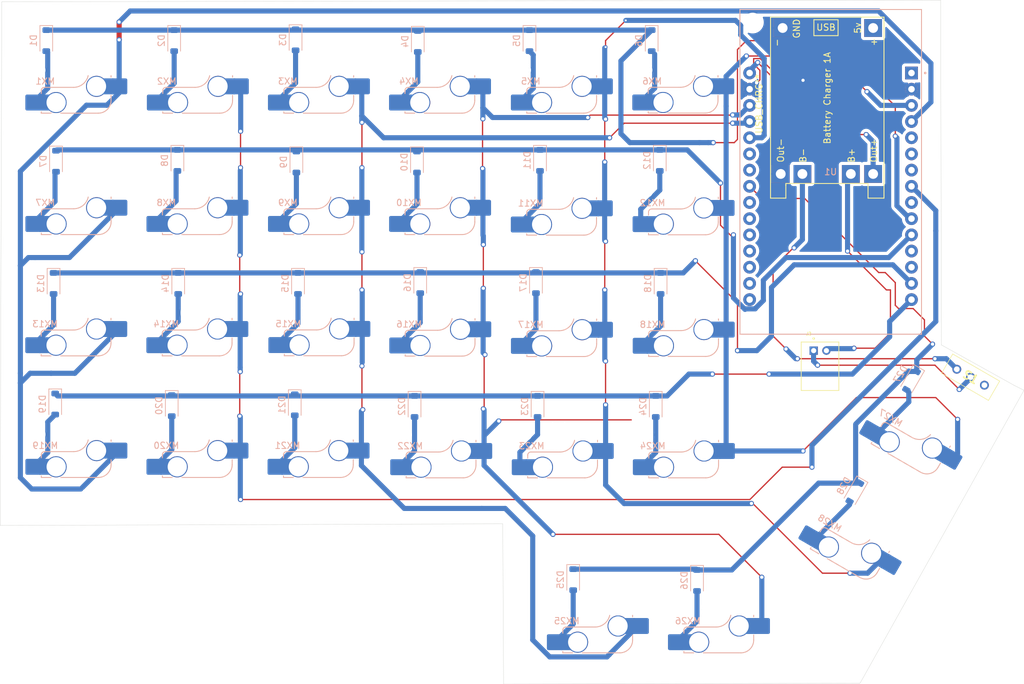
<source format=kicad_pcb>
(kicad_pcb (version 20240108) (generator "pcbnew") (generator_version "8.0")
  (layers (0 "F.Cu" signal) (31 "B.Cu" signal) (34 "B.Paste" user) (35 "F.Paste" user) (36 "B.SilkS" user "B.Silkscreen") (37 "F.SilkS" user "F.Silkscreen") (38 "B.Mask" user) (39 "F.Mask" user) (44 "Edge.Cuts" user))
  (net 0 "")
  (net 1 "Net-(D1-K)")
  (net 2 "Net-(D1-A)")
  (net 3 "Net-(D2-A)")
  (net 4 "Net-(D3-A)")
  (net 5 "Net-(D4-A)")
  (net 6 "Net-(D5-A)")
  (net 7 "Net-(D6-A)")
  (net 8 "Net-(D7-A)")
  (net 9 "Net-(D10-K)")
  (net 10 "Net-(D8-A)")
  (net 11 "Net-(D9-A)")
  (net 12 "Net-(D10-A)")
  (net 13 "Net-(D11-A)")
  (net 14 "Net-(D12-A)")
  (net 15 "Net-(D13-A)")
  (net 16 "Net-(D13-K)")
  (net 17 "Net-(D14-A)")
  (net 18 "Net-(D15-A)")
  (net 19 "Net-(D16-A)")
  (net 20 "Net-(D17-A)")
  (net 21 "Net-(D18-A)")
  (net 22 "Net-(D19-K)")
  (net 23 "Net-(D19-A)")
  (net 24 "Net-(D20-A)")
  (net 25 "Net-(D21-A)")
  (net 26 "Net-(D22-A)")
  (net 27 "Net-(D23-A)")
  (net 28 "Net-(D24-A)")
  (net 29 "Net-(D25-K)")
  (net 30 "Net-(D25-A)")
  (net 31 "Net-(D26-A)")
  (net 32 "Net-(D27-A)")
  (net 33 "GND")
  (net 35 "unconnected-(U1-D35-Pad20)")
  (net 38 "unconnected-(U1-VP-Pad17)")
  (net 47 "unconnected-(U1-D32-Pad21)")
  (net 49 "unconnected-(U1-VIN-Pad30)")
  (net 51 "Net-(D28-A)")
  (net 52 "Net-(U1-D2)")
  (net 53 "Net-(U1-D5)")
  (net 54 "Net-(U1-D12)")
  (net 55 "Net-(U1-D14)")
  (net 56 "Net-(U1-D15)")
  (net 57 "unconnected-(J2-Pad2)")
  (net 58 "Net-(S1-COM)")
  (net 59 "unconnected-(S1-NO-Pad3)")
  (footprint "bibliotecas:JST_S2B-PH-K-S_LF__SN_" (layer "F.Cu") (at 154.178 108.204)
    (property "Reference" "J2")
    (property "Value" "S2B-PH-K-S_LF__SN_")
  )
  (footprint "SamacSys_Parts:SS12D00G3" (layer "F.Cu") (at 177.806064 112.375 150)
    (property "Reference" "S1")
    (property "Value" "SS12D00G3" (hide yes))
  )
  (footprint "TP4056-18650-master:TP4056-18650" (layer "F.Cu") (at 164.211 55.88 -90)
    (property "Reference" "USB_CHRG**")
    (property "Value" "TP4056-18650")
  )
  (footprint "PCM_marbastlib-mx:SW_MX_HS_CPG151101S11_1u" (layer "B.Cu") (at 55.831998 102.274)
    (property "Reference" "MX14")
    (property "Value" "MX_SW_HS")
  )
  (footprint "Diode_SMD:D_SOD-123" (layer "B.Cu") (at 129.16 97.661 -90)
    (property "Reference" "D18")
    (property "Value" "D_Small")
  )
  (footprint "PCM_marbastlib-mx:SW_MX_HS_CPG151101S11_1u" (layer "B.Cu") (at 169.782444 119.389295 -30)
    (property "Reference" "MX27")
    (property "Value" "MX_SW_HS")
  )
  (footprint "PCM_marbastlib-mx:SW_MX_HS_CPG151101S11_1u" (layer "B.Cu") (at 36.841998 64.194)
    (property "Reference" "MX1")
    (property "Value" "MX_SW_HS")
  )
  (footprint "Diode_SMD:D_SOD-123" (layer "B.Cu") (at 108.586 59.562 -90)
    (property "Reference" "D5")
    (property "Value" "D_Small")
  )
  (footprint "PCM_marbastlib-mx:SW_MX_HS_CPG151101S11_1u" (layer "B.Cu") (at 36.831998 102.274)
    (property "Reference" "MX13")
    (property "Value" "MX_SW_HS")
  )
  (footprint "PCM_marbastlib-mx:SW_MX_HS_CPG151101S11_1u" (layer "B.Cu") (at 113.021998 83.334)
    (property "Reference" "MX11")
    (property "Value" "MX_SW_HS")
  )
  (footprint "Diode_SMD:D_SOD-123" (layer "B.Cu") (at 72.264 97.661 -90)
    (property "Reference" "D15")
    (property "Value" "D_Small")
  )
  (footprint "Diode_SMD:D_SOD-123" (layer "B.Cu") (at 109.856 116.965 -90)
    (property "Reference" "D23")
    (property "Value" "D_Small")
  )
  (footprint "PCM_marbastlib-mx:SW_MX_HS_CPG151101S11_1u" (layer "B.Cu") (at 94.101998 121.414)
    (property "Reference" "MX22")
    (property "Value" "MX_SW_HS")
  )
  (footprint "Diode_SMD:D_SOD-123" (layer "B.Cu") (at 32.767 59.561 -90)
    (property "Reference" "D1")
    (property "Value" "D_Small")
  )
  (footprint "PCM_marbastlib-mx:SW_MX_HS_CPG151101S11_1u" (layer "B.Cu") (at 118.682 148.874)
    (property "Reference" "MX25")
    (property "Value" "MX_SW_HS")
  )
  (footprint "Diode_SMD:D_SOD-123" (layer "B.Cu") (at 71.883 59.434 -90)
    (property "Reference" "D3")
    (property "Value" "D_Small")
  )
  (footprint "Diode_SMD:D_SOD-123" (layer "B.Cu") (at 128.398 116.965 -90)
    (property "Reference" "D24")
    (property "Value" "D_Small")
  )
  (footprint "PCM_marbastlib-mx:SW_MX_HS_CPG151101S11_1u" (layer "B.Cu") (at 93.951998 102.314)
    (property "Reference" "MX16")
    (property "Value" "MX_SW_HS")
  )
  (footprint "Diode_SMD:D_SOD-123" (layer "B.Cu") (at 109.602 97.534 -90)
    (property "Reference" "D17")
    (property "Value" "D_Small")
  )
  (footprint "PCM_marbastlib-mx:SW_MX_HS_CPG151101S11_1u" (layer "B.Cu") (at 93.921998 83.244)
    (property "Reference" "MX10")
    (property "Value" "MX_SW_HS")
  )
  (footprint "PCM_marbastlib-mx:SW_MX_HS_CPG151101S11_1u" (layer "B.Cu") (at 74.851998 121.354)
    (property "Reference" "MX21")
    (property "Value" "MX_SW_HS")
  )
  (footprint "PCM_marbastlib-mx:SW_MX_HS_CPG151101S11_1u" (layer "B.Cu") (at 55.851998 83.244)
    (property "Reference" "MX8")
    (property "Value" "MX_SW_HS")
  )
  (footprint "PCM_marbastlib-mx:SW_MX_HS_CPG151101S11_1u" (layer "B.Cu") (at 36.851998 121.354)
    (property "Reference" "MX19")
    (property "Value" "MX_SW_HS")
  )
  (footprint "Diode_SMD:D_SOD-123" (layer "B.Cu") (at 71.756 116.711 -90)
    (property "Reference" "D21")
    (property "Value" "D_Small")
  )
  (footprint "Diode_SMD:D_SOD-123" (layer "B.Cu") (at 91.441 97.534 -90)
    (property "Reference" "D16")
    (property "Value" "D_Small")
  )
  (footprint "PCM_marbastlib-mx:SW_MX_HS_CPG151101S11_1u" (layer "B.Cu") (at 137.682 148.874)
    (property "Reference" "MX26")
    (property "Value" "MX_SW_HS")
  )
  (footprint "PCM_marbastlib-mx:SW_MX_HS_CPG151101S11_1u" (layer "B.Cu") (at 93.911998 64.194)
    (property "Reference" "MX4")
    (property "Value" "MX_SW_HS")
  )
  (footprint "Diode_SMD:D_SOD-123" (layer "B.Cu") (at 90.552 116.965 -90)
    (property "Reference" "D22")
    (property "Value" "D_Small")
  )
  (footprint "Diode_SMD:D_SOD-123" (layer "B.Cu") (at 134.875 144.27 -90)
    (property "Reference" "D26")
    (property "Value" "D_Small")
  )
  (footprint "Diode_SMD:D_SOD-123" (layer "B.Cu") (at 52.833 59.561 -90)
    (property "Reference" "D2")
    (property "Value" "D_Small")
  )
  (footprint "PCM_marbastlib-mx:SW_MX_HS_CPG151101S11_1u" (layer "B.Cu") (at 113.031998 64.194)
    (property "Reference" "MX5")
    (property "Value" "MX_SW_HS")
  )
  (footprint "Diode_SMD:D_SOD-123" (layer "B.Cu") (at 115.444 144.143 -90)
    (property "Reference" "D25")
    (property "Value" "D_Small")
  )
  (footprint "Diode_SMD:D_SOD-123" (layer "B.Cu") (at 159.64 130.427 -120)
    (property "Reference" "D28")
    (property "Value" "D_Small")
  )
  (footprint "PCM_marbastlib-mx:SW_MX_HS_CPG151101S11_1u" (layer "B.Cu") (at 74.921998 83.244)
    (property "Reference" "MX9")
    (property "Value" "MX_SW_HS")
  )
  (footprint "PCM_marbastlib-mx:SW_MX_HS_CPG151101S11_1u" (layer "B.Cu") (at 132.171998 121.414)
    (property "Reference" "MX24")
    (property "Value" "MX_SW_HS")
  )
  (footprint "Diode_SMD:D_SOD-123" (layer "B.Cu") (at 168.53 112.901 -120)
    (property "Reference" "D27")
    (property "Value" "D_Small")
  )
  (footprint "Diode_SMD:D_SOD-123" (layer "B.Cu") (at 34.291 78.484 -90)
    (property "Reference" "D7")
    (property "Value" "D_Small")
  )
  (footprint "Diode_SMD:D_SOD-123" (layer "B.Cu") (at 52.452 116.838 -90)
    (property "Reference" "D20")
    (property "Value" "D_Small")
  )
  (footprint "ESP32-DEVKIT-V1:MODULE_ESP32_DEVKIT_V1" (layer "B.Cu") (at 155.83 80.156 180)
    (property "Reference" "U1")
    (property "Value" "ESP32-DEVKIT-V1" (hide yes))
  )
  (footprint "Diode_SMD:D_SOD-123" (layer "B.Cu") (at 72.01 78.611 -90)
    (property "Reference" "D9")
    (property "Value" "D_Small")
  )
  (footprint "Diode_SMD:D_SOD-123" (layer "B.Cu") (at 110.237 78.357 -90)
    (property "Reference" "D11")
    (property "Value" "D_Small")
  )
  (footprint "Diode_SMD:D_SOD-123" (layer "B.Cu") (at 34.165 116.584 -90)
    (property "Reference" "D19")
    (property "Value" "D_Small")
  )
  (footprint "PCM_marbastlib-mx:SW_MX_HS_CPG151101S11_1u" (layer "B.Cu") (at 36.851998 83.244)
    (property "Reference" "MX7")
    (property "Value" "MX_SW_HS")
  )
  (footprint "Diode_SMD:D_SOD-123" (layer "B.Cu") (at 53.341 78.357 -90)
    (property "Reference" "D8")
    (property "Value" "D_Small")
  )
  (footprint "Diode_SMD:D_SOD-123" (layer "B.Cu") (at 91.06 59.688 -90)
    (property "Reference" "D4")
    (property "Value" "D_Small")
  )
  (footprint "Diode_SMD:D_SOD-123" (layer "B.Cu") (at 127.763 59.561 -90)
    (property "Reference" "D6")
    (property "Value" "D_Small")
  )
  (footprint "Diode_SMD:D_SOD-123" (layer "B.Cu") (at 53.468 97.661 -90)
    (property "Reference" "D14")
    (property "Value" "D_Small")
  )
  (footprint "Diode_SMD:D_SOD-123" (layer "B.Cu") (at 33.91 97.662 -90)
    (property "Reference" "D13")
    (property "Value" "D_Small")
  )
  (footprint "PCM_marbastlib-mx:SW_MX_HS_CPG151101S11_1u" (layer "B.Cu") (at 132.081998 64.184)
    (property "Reference" "MX6")
    (property "Value" "MX_SW_HS")
  )
  (footprint "PCM_marbastlib-mx:SW_MX_HS_CPG151101S11_1u" (layer "B.Cu") (at 74.981998 102.254)
    (property "Reference" "MX15")
    (property "Value" "MX_SW_HS")
  )
  (footprint "PCM_marbastlib-mx:SW_MX_HS_CPG151101S11_1u" (layer "B.Cu") (at 74.911998 64.194)
    (property "Reference" "MX3")
    (property "Value" "MX_SW_HS")
  )
  (footprint "PCM_marbastlib-mx:SW_MX_HS_CPG151101S11_1u" (layer "B.Cu") (at 160.242 135.894 -30)
    (property "Reference" "MX28")
    (property "Value" "MX_SW_HS")
  )
  (footprint "PCM_marbastlib-mx:SW_MX_HS_CPG151101S11_1u" (layer "B.Cu") (at 132.131998 83.274)
    (property "Reference" "MX12")
    (property "Value" "MX_SW_HS")
  )
  (footprint "Diode_SMD:D_SOD-123" (layer "B.Cu") (at 90.933 78.611 -90)
    (property "Reference" "D10")
    (property "Value" "D_Small")
  )
  (footprint "PCM_marbastlib-mx:SW_MX_HS_CPG151101S11_1u" (layer "B.Cu") (at 55.851998 121.354)
    (property "Reference" "MX20")
    (property "Value" "MX_SW_HS")
  )
  (footprint "PCM_marbastlib-mx:SW_MX_HS_CPG151101S11_1u" (layer "B.Cu") (at 113.171998 121.414)
    (property "Reference" "MX23")
    (property "Value" "MX_SW_HS")
  )
  (footprint "PCM_marbastlib-mx:SW_MX_HS_CPG151101S11_1u" (layer "B.Cu") (at 113.041998 102.384)
    (property "Reference" "MX17")
    (property "Value" "MX_SW_HS")
  )
  (footprint "PCM_marbastlib-mx:SW_MX_HS_CPG151101S11_1u" (layer "B.Cu") (at 55.911998 64.194)
    (property "Reference" "MX2")
    (property "Value" "MX_SW_HS")
  )
  (footprint "Diode_SMD:D_SOD-123" (layer "B.Cu") (at 129.033 78.357 -90)
    (property "Reference" "D12")
    (property "Value" "D_Small")
  )
  (footprint "PCM_marbastlib-mx:SW_MX_HS_CPG151101S11_1u" (layer "B.Cu") (at 132.151998 102.364)
    (property "Reference" "MX18")
    (property "Value" "MX_SW_HS")
  )
  (gr_line (start 104.395 135.38) (end 104.522 160.526) (stroke (width 0.05)) (layer "Edge.Cuts"))
  (gr_line (start 173.229 107.313) (end 184.659 113.663) (stroke (width 0.05)) (layer "Edge.Cuts"))
  (gr_line (start 104.522 160.526) (end 160.402 160.399) (stroke (width 0.05)) (layer "Edge.Cuts"))
  (gr_line (start 160.529 160.272) (end 160.402 160.399) (stroke (width 0.05)) (layer "Edge.Cuts"))
  (gr_line (start 184.659 113.663) (end 186.183 114.425) (stroke (width 0.05)) (layer "Edge.Cuts"))
  (gr_line (start 104.395 135.38) (end 25.528 135.634) (stroke (width 0.05)) (layer "Edge.Cuts"))
  (gr_line (start 25.782 53.465) (end 173.102 53.211) (stroke (width 0.05)) (layer "Edge.Cuts"))
  (gr_line (start 186.183 114.425) (end 160.529 160.272) (stroke (width 0.05)) (layer "Edge.Cuts"))
  (gr_line (start 25.782 53.465) (end 25.528 135.634) (stroke (width 0.05)) (layer "Edge.Cuts"))
  (gr_line (start 173.102 53.211) (end 173.229 107.313) (stroke (width 0.05)) (layer "Edge.Cuts"))
  (segment (start 140.716 75.565) (end 137.414 75.565) (width 0.2) (layer "F.Cu") (net 1))
  (segment (start 165.989 69.85) (end 155.702 59.563) (width 0.2) (layer "F.Cu") (net 1))
  (segment (start 165.989 74.549) (end 165.989 69.85) (width 0.2) (layer "F.Cu") (net 1))
  (segment (start 141.224 75.057) (end 140.716 75.565) (width 0.2) (layer "F.Cu") (net 1))
  (segment (start 155.702 59.563) (end 142.621 59.563) (width 0.2) (layer "F.Cu") (net 1))
  (segment (start 142.621 59.563) (end 141.224 60.96) (width 0.2) (layer "F.Cu") (net 1))
  (segment (start 141.224 60.96) (end 141.224 75.057) (width 0.2) (layer "F.Cu") (net 1))
  (via (at 165.989 74.549) (size 0.8) (drill 0.5) (layers "F.Cu" "B.Cu") (net 1))
  (via (at 137.414 75.565) (size 0.8) (drill 0.5) (layers "F.Cu" "B.Cu") (net 1))
  (segment (start 122.936 74.168) (end 124.333 75.565) (width 0.8) (layer "B.Cu") (net 1))
  (segment (start 127.763 57.911) (end 122.936 62.738) (width 0.8) (layer "B.Cu") (net 1))
  (segment (start 122.936 62.738) (end 122.936 74.168) (width 0.8) (layer "B.Cu") (net 1))
  (segment (start 135.255 75.565) (end 136.652 75.565) (width 0.8) (layer "B.Cu") (net 1))
  (segment (start 168.528001 87.503) (end 168.530001 87.501) (width 0.2) (layer "B.Cu") (net 1))
  (segment (start 168.273 87.501) (end 166.243 85.471) (width 0.8) (layer "B.Cu") (net 1))
  (segment (start 168.530001 87.501) (end 168.273 87.501) (width 0.2) (layer "B.Cu") (net 1))
  (segment (start 166.243 85.471) (end 166.243 74.803) (width 0.8) (layer "B.Cu") (net 1))
  (segment (start 124.333 75.565) (end 135.255 75.565) (width 0.8) (layer "B.Cu") (net 1))
  (segment (start 166.243 74.803) (end 165.989 74.549) (width 0.2) (layer "B.Cu") (net 1))
  (segment (start 32.767 57.911) (end 127.763 57.911) (width 0.8) (layer "B.Cu") (net 1))
  (segment (start 136.652 75.565) (end 137.414 75.565) (width 0.8) (layer "B.Cu") (net 1))
  (segment (start 32.986998 61.430998) (end 32.986998 67.039) (width 0.8) (layer "B.Cu") (net 2))
  (segment (start 32.767 61.211) (end 32.986998 61.430998) (width 0.2) (layer "B.Cu") (net 2))
  (segment (start 32.986998 67.039) (end 30.751998 69.274) (width 0.8) (layer "B.Cu") (net 2))
  (segment (start 32.986998 68.789) (end 32.501998 69.274) (width 0.2) (layer "B.Cu") (net 2))
  (segment (start 52.833 68.012998) (end 51.571998 69.274) (width 0.2) (layer "B.Cu") (net 3))
  (segment (start 52.833 66.262998) (end 49.821998 69.274) (width 0.8) (layer "B.Cu") (net 3))
  (segment (start 52.833 61.211) (end 52.833 66.262998) (width 0.8) (layer "B.Cu") (net 3))
  (segment (start 71.883 66.212998) (end 68.821998 69.274) (width 0.8) (layer "B.Cu") (net 4))
  (segment (start 71.883 61.084) (end 71.883 66.212998) (width 0.8) (layer "B.Cu") (net 4))
  (segment (start 91.06 66.035998) (end 87.821998 69.274) (width 0.8) (layer "B.Cu") (net 5))
  (segment (start 91.06 61.338) (end 91.06 66.035998) (width 0.8) (layer "B.Cu") (net 5))
  (segment (start 108.586 61.212) (end 109.176998 61.802998) (width 0.8) (layer "B.Cu") (net 6))
  (segment (start 109.176998 61.802998) (end 109.176998 67.039) (width 0.8) (layer "B.Cu") (net 6))
  (segment (start 109.176998 67.039) (end 106.941998 69.274) (width 0.8) (layer "B.Cu") (net 6))
  (segment (start 127.763 61.211) (end 128.226998 61.674998) (width 0.2) (layer "B.Cu") (net 7))
  (segment (start 128.226998 67.029) (end 125.991998 69.264) (width 0.8) (layer "B.Cu") (net 7))
  (segment (start 128.226998 61.674998) (end 128.226998 67.029) (width 0.8) (layer "B.Cu") (net 7))
  (segment (start 34.1376 80.134) (end 34.1376 84.794998) (width 0.8) (layer "B.Cu") (net 8))
  (segment (start 34.1376 84.7852) (end 30.608598 88.314202) (width 0.8) (layer "B.Cu") (net 8))
  (segment (start 138.557 88.519) (end 140.208 90.17) (width 0.2) (layer "F.Cu") (net 9))
  (segment (start 138.557 81.915) (end 138.557 88.519) (width 0.2) (layer "F.Cu") (net 9))
  (via (at 138.557 81.915) (size 0.8) (drill 0.5) (layers "F.Cu" "B.Cu") (net 9))
  (via (at 140.589 90.043) (size 0.8) (drill 0.5) (layers "F.Cu" "B.Cu") (net 9))
  (segment (start 140.589 90.043) (end 140.589 99.1616) (width 0.8) (layer "B.Cu") (net 9))
  (segment (start 148.844 93.599) (end 164.972 93.599) (width 0.8) (layer "B.Cu") (net 9))
  (segment (start 140.589 99.1616) (end 140.589 99.922742) (width 0.8) (layer "B.Cu") (net 9))
  (segment (start 129.033 76.707) (end 133.349 76.707) (width 0.8) (layer "B.Cu") (net 9))
  (segment (start 144.018 101.6) (end 145.288 100.33) (width 0.8) (layer "B.Cu") (net 9))
  (segment (start 142.494 101.6508) (end 144.018 101.6508) (width 0.8) (layer "B.Cu") (net 9))
  (segment (start 34.418 76.707) (end 34.291 76.834) (width 0.2) (layer "B.Cu") (net 9))
  (segment (start 145.542 96.901) (end 148.844 93.599) (width 0.8) (layer "B.Cu") (net 9))
  (segment (start 133.349 76.707) (end 138.557 81.915) (width 0.8) (layer "B.Cu") (net 9))
  (segment (start 145.288 100.33) (end 145.288 97.155) (width 0.8) (layer "B.Cu") (net 9))
  (segment (start 145.288 97.155) (end 145.542 96.901) (width 0.8) (layer "B.Cu") (net 9))
  (segment (start 140.589 99.922742) (end 142.405529 101.739271) (width 0.8) (layer "B.Cu") (net 9))
  (segment (start 164.972 93.599) (end 168.53 90.041) (width 0.8) (layer "B.Cu") (net 9))
  (segment (start 129.033 76.707) (end 34.418 76.707) (width 0.8) (layer "B.Cu") (net 9))
  (segment (start 53.1368 79.996402) (end 53.1368 84.7344) (width 0.8) (layer "B.Cu") (net 10))
  (segment (start 53.1368 84.7344) (end 49.557798 88.313402) (width 0.8) (layer "B.Cu") (net 10))
  (segment (start 72.01 85.145998) (end 68.831998 88.324) (width 0.8) (layer "B.Cu") (net 11))
  (segment (start 72.01 80.261) (end 72.01 85.145998) (width 0.8) (layer "B.Cu") (net 11))
  (segment (start 90.933 80.261) (end 90.933 85.222998) (width 0.8) (layer "B.Cu") (net 12))
  (segment (start 90.933 85.222998) (end 87.831998 88.324) (width 0.8) (layer "B.Cu") (net 12))
  (segment (start 110.237 80.007) (end 110.237 85.108998) (width 0.8) (layer "B.Cu") (net 13))
  (segment (start 110.237 85.108998) (end 106.931998 88.414) (width 0.8) (layer "B.Cu") (net 13))
  (segment (start 129.033 80.007) (end 129.033 83.02541) (width 0.8) (layer "B.Cu") (net 14))
  (segment (start 126.041998 86.016412) (end 126.041998 88.354) (width 0.8) (layer "B.Cu") (net 14))
  (segment (start 129.033 83.02541) (end 126.041998 86.016412) (width 0.8) (layer "B.Cu") (net 14))
  (segment (start 33.91 99.312) (end 33.91 104.185998) (width 0.8) (layer "B.Cu") (net 15))
  (segment (start 33.91 104.185998) (end 30.741998 107.354) (width 0.8) (layer "B.Cu") (net 15))
  (segment (start 141.224 100.711) (end 141.224 108.204) (width 0.2) (layer "F.Cu") (net 16))
  (segment (start 134.62 94.107) (end 141.224 100.711) (width 0.2) (layer "F.Cu") (net 16))
  (via (at 134.62 94.107) (size 0.8) (drill 0.5) (layers "F.Cu" "B.Cu") (net 16))
  (via (at 141.224 108.204) (size 0.8) (drill 0.5) (layers "F.Cu" "B.Cu") (net 16))
  (segment (start 129.159 96.012) (end 129.16 96.011) (width 0.2) (layer "B.Cu") (net 16))
  (segment (start 146.558 105.918) (end 146.558 98.298) (width 0.8) (layer "B.Cu") (net 16))
  (segment (start 146.558 98.298) (end 150.114 94.742) (width 0.8) (layer "B.Cu") (net 16))
  (segment (start 165.611 94.742) (end 168.53 97.661) (width 0.8) (layer "B.Cu") (net 16))
  (segment (start 144.272 108.204) (end 145.0848 107.3912) (width 0.8) (layer "B.Cu") (net 16))
  (segment (start 129.16 96.011) (end 132.716 96.011) (width 0.8) (layer "B.Cu") (net 16))
  (segment (start 145.0848 107.3912) (end 146.558 105.918) (width 0.8) (layer "B.Cu") (net 16))
  (segment (start 141.224 108.204) (end 144.272 108.204) (width 0.8) (layer "B.Cu") (net 16))
  (segment (start 150.114 94.742) (end 165.611 94.742) (width 0.8) (layer "B.Cu") (net 16))
  (segment (start 33.91 96.012) (end 129.159 96.012) (width 0.8) (layer "B.Cu") (net 16))
  (segment (start 132.716 96.011) (end 134.62 94.107) (width 0.8) (layer "B.Cu") (net 16))
  (segment (start 53.468 103.627998) (end 49.741998 107.354) (width 0.8) (layer "B.Cu") (net 17))
  (segment (start 53.468 99.311) (end 53.468 103.627998) (width 0.8) (layer "B.Cu") (net 17))
  (segment (start 72.264 103.961998) (end 68.891998 107.334) (width 0.8) (layer "B.Cu") (net 18))
  (segment (start 72.264 99.311) (end 72.264 103.961998) (width 0.8) (layer "B.Cu") (net 18))
  (segment (start 91.441 99.184) (end 91.441 103.814998) (width 0.8) (layer "B.Cu") (net 19))
  (segment (start 91.441 103.814998) (end 87.861998 107.394) (width 0.8) (layer "B.Cu") (net 19))
  (segment (start 109.602 104.813998) (end 106.951998 107.464) (width 0.8) (layer "B.Cu") (net 20))
  (segment (start 109.602 99.184) (end 109.602 104.813998) (width 0.8) (layer "B.Cu") (net 20))
  (segment (start 129.16 99.311) (end 129.16 104.345998) (width 0.8) (layer "B.Cu") (net 21))
  (segment (start 129.16 104.345998) (end 126.061998 107.444) (width 0.8) (layer "B.Cu") (net 21))
  (segment (start 137.287 111.887) (end 146.177 111.887) (width 0.2) (layer "F.Cu") (net 22))
  (via (at 137.287 111.887) (size 0.8) (drill 0.5) (layers "F.Cu" "B.Cu") (net 22))
  (via (at 146.177 111.887) (size 0.8) (drill 0.5) (layers "F.Cu" "B.Cu") (net 22))
  (segment (start 159.258 111.887) (end 165.1 106.045) (width 0.8) (layer "B.Cu") (net 22))
  (segment (start 128.398 115.315) (end 130.176 115.315) (width 0.8) (layer "B.Cu") (net 22))
  (segment (start 146.177 111.887) (end 159.258 111.887) (width 0.8) (layer "B.Cu") (net 22))
  (segment (start 165.1 103.631) (end 168.53 100.201) (width 0.8) (layer "B.Cu") (net 22))
  (segment (start 128.398 115.315) (end 34.546 115.315) (width 0.8) (layer "B.Cu") (net 22))
  (segment (start 34.546 115.315) (end 34.165 114.934) (width 0.8) (layer "B.Cu") (net 22))
  (segment (start 133.604 111.887) (end 137.287 111.887) (width 0.8) (layer "B.Cu") (net 22))
  (segment (start 130.176 115.315) (end 133.604 111.887) (width 0.8) (layer "B.Cu") (net 22))
  (segment (start 165.1 106.045) (end 165.1 103.631) (width 0.8) (layer "B.Cu") (net 22))
  (segment (start 34.165 118.234) (end 32.996998 119.402002) (width 0.8) (layer "B.Cu") (net 23))
  (segment (start 32.996998 124.199) (end 30.761998 126.434) (width 0.8) (layer "B.Cu") (net 23))
  (segment (start 32.996998 119.402002) (end 32.996998 124.199) (width 0.8) (layer "B.Cu") (net 23))
  (segment (start 52.452 123.743998) (end 49.761998 126.434) (width 0.8) (layer "B.Cu") (net 24))
  (segment (start 52.452 118.488) (end 52.452 123.743998) (width 0.8) (layer "B.Cu") (net 24))
  (segment (start 71.756 123.439998) (end 68.761998 126.434) (width 0.8) (layer "B.Cu") (net 25))
  (segment (start 71.756 118.361) (end 71.756 123.439998) (width 0.8) (layer "B.Cu") (net 25))
  (segment (start 90.552 123.953998) (end 88.011998 126.494) (width 0.8) (layer "B.Cu") (net 26))
  (segment (start 90.552 118.615) (end 90.552 123.953998) (width 0.8) (layer "B.Cu") (net 26))
  (segment (start 107.081998 124.156412) (end 107.081998 126.494) (width 0.8) (layer "B.Cu") (net 27))
  (segment (start 109.856 118.615) (end 109.856 121.38241) (width 0.8) (layer "B.Cu") (net 27))
  (segment (start 109.856 121.38241) (end 107.081998 124.156412) (width 0.8) (layer "B.Cu") (net 27))
  (segment (start 128.398 124.177998) (end 126.081998 126.494) (width 0.8) (layer "B.Cu") (net 28))
  (segment (start 128.398 118.615) (end 128.398 124.177998) (width 0.8) (layer "B.Cu") (net 28))
  (segment (start 163.3855 95.9485) (end 151.765 84.328) (width 0.2) (layer "F.Cu") (net 29))
  (segment (start 165.989 97.536) (end 164.4015 95.9485) (width 0.2) (layer "F.Cu") (net 29))
  (segment (start 165.989 101.092) (end 165.989 97.536) (width 0.2) (layer "F.Cu") (net 29))
  (segment (start 166.497 101.6) (end 165.989 101.092) (width 0.2) (layer "F.Cu") (net 29))
  (segment (start 168.783 101.6) (end 166.497 101.6) (width 0.2) (layer "F.Cu") (net 29))
  (segment (start 164.4015 95.9485) (end 163.3855 95.9485) (width 0.2) (layer "F.Cu") (net 29))
  (segment (start 170.561 105.918) (end 170.561 103.378) (width 0.2) (layer "F.Cu") (net 29))
  (segment (start 171.831 107.188) (end 170.561 105.918) (width 0.2) (layer "F.Cu") (net 29))
  (segment (start 145.036999 84.328) (end 143.13 82.421001) (width 0.2) (layer "F.Cu") (net 29))
  (segment (start 151.765 84.328) (end 145.036999 84.328) (width 0.2) (layer "F.Cu") (net 29))
  (segment (start 170.561 103.378) (end 168.783 101.6) (width 0.2) (layer "F.Cu") (net 29))
  (via (at 171.831 107.188) (size 0.8) (drill 0.5) (layers "F.Cu" "B.Cu") (net 29))
  (segment (start 115.444 142.493) (end 134.748 142.493) (width 0.8) (layer "B.Cu") (net 29))
  (segment (start 134.875 142.62) (end 140.335 142.62) (width 0.8) (layer "B.Cu") (net 29))
  (segment (start 140.335 142.62) (end 153.956942 128.998058) (width 0.8) (layer "B.Cu") (net 29))
  (segment (start 153.956942 128.998058) (end 160.465 128.998058) (width 0.8) (layer "B.Cu") (net 29))
  (segment (start 159.8168 119.6848) (end 168.098972 111.402628) (width 0.8) (layer "B.Cu") (net 29))
  (segment (start 134.748 142.493) (end 134.875 142.62) (width 0.2) (layer "B.Cu") (net 29))
  (segment (start 169.355 109.664) (end 171.831 107.188) (width 0.8) (layer "B.Cu") (net 29))
  (segment (start 160.465 128.998058) (end 160.02577 128.558828) (width 0.2) (layer "B.Cu") (net 29))
  (segment (start 159.766 128.590998) (end 159.766 119.7864) (width 0.8) (layer "B.Cu") (net 29))
  (segment (start 168.307942 111.472058) (end 169.355 111.472058) (width 0.8) (layer "B.Cu") (net 29))
  (segment (start 169.355 111.472058) (end 169.355 109.664) (width 0.8) (layer "B.Cu") (net 29))
  (segment (start 115.444 151.102) (end 112.592 153.954) (width 0.8) (layer "B.Cu") (net 30))
  (segment (start 115.444 145.793) (end 115.444 151.102) (width 0.8) (layer "B.Cu") (net 30))
  (segment (start 134.875 150.671) (end 131.592 153.954) (width 0.8) (layer "B.Cu") (net 31))
  (segment (start 134.875 145.92) (end 134.875 150.671) (width 0.8) (layer "B.Cu") (net 31))
  (segment (start 168.103981 114.728923) (end 167.705 114.329942) (width 0.8) (layer "B.Cu") (net 32))
  (segment (start 168.103981 116.259742) (end 168.103981 114.728923) (width 0.8) (layer "B.Cu") (net 32))
  (segment (start 163.221038 120.743704) (end 161.968349 120.743704) (width 0.2) (layer "B.Cu") (net 32))
  (segment (start 168.103981 116.259742) (end 163.620019 120.743704) (width 0.8) (layer "B.Cu") (net 32))
  (segment (start 144.741575 64.223575) (end 144.741575 65.722825) (width 0.2) (layer "F.Cu") (net 33))
  (segment (start 143.764 62.376) (end 143.764 63.246) (width 0.2) (layer "F.Cu") (net 33))
  (segment (start 144.741575 65.722825) (end 144.272 66.1924) (width 0.2) (layer "F.Cu") (net 33))
  (segment (start 144.799 62.376) (end 143.764 62.376) (width 0.2) (layer "F.Cu") (net 33))
  (segment (start 148.209 65.786) (end 144.799 62.376) (width 0.2) (layer "F.Cu") (net 33))
  (segment (start 143.764 63.246) (end 144.741575 64.223575) (width 0.2) (layer "F.Cu") (net 33))
  (segment (start 151.511 65.786) (end 148.209 65.786) (width 0.2) (layer "F.Cu") (net 33))
  (segment (start 144.272 66.1924) (end 144.2212 66.1924) (width 0.2) (layer "F.Cu") (net 33))
  (via (at 151.511 65.786) (size 0.8) (drill 0.5) (layers "F.Cu" "B.Cu") (net 33))
  (via (at 144.2212 66.1924) (size 0.8) (drill 0.5) (layers "F.Cu" "B.Cu") (net 33))
  (segment (start 143.001 90.17) (end 143.13 90.041) (width 0.2) (layer "B.Cu") (net 35))
  (segment (start 142.746 97.661) (end 143.13 97.661) (width 0.2) (layer "B.Cu") (net 38))
  (segment (start 143.128 87.503) (end 143.13 87.501) (width 0.2) (layer "B.Cu") (net 47))
  (segment (start 143.13 87.501) (end 143.13 87.377) (width 0.2) (layer "B.Cu") (net 47))
  (segment (start 155.702 74.295) (end 161.417 74.295) (width 0.2) (layer "F.Cu") (net 49))
  (segment (start 144.399 62.992) (end 155.702 74.295) (width 0.2) (layer "F.Cu") (net 49))
  (via (at 161.417 74.295) (size 0.8) (drill 0.5) (layers "F.Cu" "B.Cu") (net 49))
  (via (at 144.399 62.992) (size 0.8) (drill 0.5) (layers "F.Cu" "B.Cu") (net 49))
  (segment (start 143.13 64.641) (end 143.13 64.261) (width 0.2) (layer "B.Cu") (net 49))
  (segment (start 161.417 74.295) (end 162.511 75.389) (width 0.8) (layer "B.Cu") (net 49))
  (segment (start 162.511 75.389) (end 162.511 80.48) (width 0.8) (layer "B.Cu") (net 49))
  (segment (start 161.417 79.386) (end 162.511 80.48) (width 0.2) (layer "B.Cu") (net 49))
  (segment (start 143.13 64.261) (end 144.399 62.992) (width 0.8) (layer "B.Cu") (net 49))
  (segment (start 158.815 132.375557) (end 153.942148 137.248409) (width 0.8) (layer "B.Cu") (net 51))
  (segment (start 153.942148 137.248409) (end 152.427905 137.248409) (width 0.2) (layer "B.Cu") (net 51))
  (segment (start 158.815 131.855942) (end 158.815 132.375557) (width 0.2) (layer "B.Cu") (net 51))
  (segment (start 44.197 59.434) (end 44.197 56.64) (width 0.8) (layer "F.Cu") (net 52))
  (via (at 44.197 59.434) (size 0.8) (drill 0.5) (layers "F.Cu" "B.Cu") (net 52))
  (via (at 44.197 56.64) (size 0.8) (drill 0.5) (layers "F.Cu" "B.Cu") (net 52))
  (segment (start 28.703 111.758) (end 28.703 94.867) (width 0.8) (layer "B.Cu") (net 52))
  (segment (start 42.2656 69.6976) (end 44.201998 67.761202) (width 0.8) (layer "B.Cu") (net 52))
  (segment (start 38.186998 129.919) (end 38.440998 129.665) (width 0.2) (layer "B.Cu") (net 52))
  (segment (start 44.201998 67.761202) (end 44.201998 66.734) (width 0.2) (layer "B.Cu") (net 52))
  (segment (start 28.703 128.141) (end 30.481 129.919) (width 0.8) (layer "B.Cu") (net 52))
  (segment (start 37.247998 111.758) (end 33.529 111.758) (width 0.8) (layer "B.Cu") (net 52))
  (segment (start 30.989 93.597) (end 36.398998 93.597) (width 0.8) (layer "B.Cu") (net 52))
  (segment (start 45.928 54.909) (end 163.367 54.909) (width 0.8) (layer "B.Cu") (net 52))
  (segment (start 44.201998 66.734) (end 44.201998 59.438998) (width 0.8) (layer "B.Cu") (net 52))
  (segment (start 171.577 69.213999) (end 168.53 72.260999) (width 0.8) (layer "B.Cu") (net 52))
  (segment (start 44.201998 59.438998) (end 44.197 59.434) (width 0.8) (layer "B.Cu") (net 52))
  (segment (start 44.197 56.64) (end 45.928 54.909) (width 0.8) (layer "B.Cu") (net 52))
  (segment (start 44.191998 104.814) (end 37.247998 111.758) (width 0.8) (layer "B.Cu") (net 52))
  (segment (start 44.211998 123.894) (end 38.440998 129.665) (width 0.8) (layer "B.Cu") (net 52))
  (segment (start 42.2656 69.6976) (end 39.0652 69.6976) (width 0.8) (layer "B.Cu") (net 52))
  (segment (start 28.703 80.0598) (end 28.703 94.867) (width 0.8) (layer "B.Cu") (net 52))
  (segment (start 29.973 93.597) (end 30.989 93.597) (width 0.8) (layer "B.Cu") (net 52))
  (segment (start 28.703 113.282) (end 28.703 128.141) (width 0.8) (layer "B.Cu") (net 52))
  (segment (start 39.0652 69.6976) (end 28.703 80.0598) (width 0.8) (layer "B.Cu") (net 52))
  (segment (start 28.703 113.282) (end 28.703 111.758) (width 0.8) (layer "B.Cu") (net 52))
  (segment (start 171.577 63.119) (end 171.577 69.213999) (width 0.8) (layer "B.Cu") (net 52))
  (segment (start 30.481 129.919) (end 38.186998 129.919) (width 0.8) (layer "B.Cu") (net 52))
  (segment (start 163.367 54.909) (end 171.577 63.119) (width 0.8) (layer "B.Cu") (net 52))
  (segment (start 28.703 94.867) (end 29.973 93.597) (width 0.8) (layer "B.Cu") (net 52))
  (segment (start 36.398998 93.597) (end 44.211998 85.784) (width 0.8) (layer "B.Cu") (net 52))
  (segment (start 28.703 113.282) (end 30.227 111.758) (width 0.8) (layer "B.Cu") (net 52))
  (segment (start 30.227 111.758) (end 33.529 111.758) (width 0.8) (layer "B.Cu") (net 52))
  (segment (start 152.908 126.492) (end 148.248471 126.492) (width 0.2) (layer "F.Cu") (net 53))
  (segment (start 143.170471 131.57) (end 63.247 131.57) (width 0.2) (layer "F.Cu") (net 53))
  (segment (start 148.248471 126.492) (end 143.170471 131.57) (width 0.2) (layer "F.Cu") (net 53))
  (segment (start 63.12 99.185) (end 63.247 99.312) (width 0.2) (layer "F.Cu") (net 53))
  (segment (start 63.247 73.785) (end 63.247 79.5) (width 0.2) (layer "F.Cu") (net 53))
  (segment (start 63.12 118.489) (end 63.12 111.504) (width 0.2) (layer "F.Cu") (net 53))
  (segment (start 63.12 93.216) (end 63.12 99.185) (width 0.2) (layer "F.Cu") (net 53))
  (via (at 63.247 99.312) (size 0.8) (drill 0.5) (layers "F.Cu" "B.Cu") (net 53))
  (via (at 63.247 131.57) (size 0.8) (drill 0.5) (layers "F.Cu" "B.Cu") (net 53))
  (via (at 63.247 73.785) (size 0.8) (drill 0.5) (layers "F.Cu" "B.Cu") (net 53))
  (via (at 63.1952 111.504) (size 0.8) (drill 0.5) (layers "F.Cu" "B.Cu") (net 53))
  (via (at 152.908 126.492) (size 0.8) (drill 0.5) (layers "F.Cu" "B.Cu") (net 53))
  (via (at 63.12 93.216) (size 0.8) (drill 0.5) (layers "F.Cu" "B.Cu") (net 53))
  (via (at 63.247 79.5) (size 0.8) (drill 0.5) (layers "F.Cu" "B.Cu") (net 53))
  (via (at 63.12 118.489) (size 0.8) (drill 0.5) (layers "F.Cu" "B.Cu") (net 53))
  (segment (start 63.211998 85.784) (end 63.211998 93.124002) (width 0.8) (layer "B.Cu") (net 53))
  (segment (start 168.53 82.421) (end 168.532 82.423) (width 0.2) (layer "B.Cu") (net 53))
  (segment (start 152.908 123.063) (end 152.908 126.492) (width 0.8) (layer "B.Cu") (net 53))
  (segment (start 168.530001 82.421) (end 172.339 86.229999) (width 0.8) (layer "B.Cu") (net 53))
  (segment (start 63.12 110.869) (end 63.191998 110.797002) (width 0.2) (layer "B.Cu") (net 53))
  (segment (start 63.211998 123.894) (end 63.211998 118.580998) (width 0.8) (layer "B.Cu") (net 53))
  (segment (start 172.339 89.408) (end 172.339 103.632) (width 0.8) (layer "B.Cu") (net 53))
  (segment (start 63.191998 110.797002) (end 63.191998 104.814) (width 0.8) (layer "B.Cu") (net 53))
  (segment (start 172.339 103.632) (end 165.862 110.109) (width 0.8) (layer "B.Cu") (net 53))
  (segment (start 63.247 99.312) (end 63.191998 99.367002) (width 0.2) (layer "B.Cu") (net 53))
  (segment (start 63.191998 99.367002) (end 63.191998 104.814) (width 0.8) (layer "B.Cu") (net 53))
  (segment (start 63.247 79.881) (end 63.211998 79.916002) (width 0.2) (layer "B.Cu") (net 53))
  (segment (start 63.211998 79.916002) (end 63.211998 85.784) (width 0.8) (layer "B.Cu") (net 53))
  (segment (start 63.211998 123.894) (end 63.211998 131.534998) (width 0.8) (layer "B.Cu") (net 53))
  (segment (start 63.211998 93.124002) (end 63.12 93.216) (width 0.2) (layer "B.Cu") (net 53))
  (segment (start 63.1952 111.504) (end 63.1952 110.869) (width 0.8) (layer "B.Cu") (net 53))
  (segment (start 63.211998 131.534998) (end 63.247 131.57) (width 0.2) (layer "B.Cu") (net 53))
  (segment (start 172.339 86.229999) (end 172.339 89.408) (width 0.8) (layer "B.Cu") (net 53))
  (segment (start 63.271998 66.734) (end 63.271998 73.760002) (width 0.8) (layer "B.Cu") (net 53))
  (segment (start 63.247 79.5) (end 63.247 79.881) (width 0.2) (layer "B.Cu") (net 53))
  (segment (start 63.211998 118.580998) (end 63.12 118.489) (width 0.2) (layer "B.Cu") (net 53))
  (segment (start 63.271998 73.760002) (end 63.247 73.785) (width 0.2) (layer "B.Cu") (net 53))
  (segment (start 165.862 110.109) (end 152.908 123.063) (width 0.8) (layer "B.Cu") (net 53))
  (segment (start 82.297 98.677) (end 82.297 92.708) (width 0.2) (layer "F.Cu") (net 54))
  (segment (start 82.424 117.473) (end 82.297 117.346) (width 0.2) (layer "F.Cu") (net 54))
  (segment (start 121.158 74.803) (end 123.444 72.517) (width 0.2) (layer "F.Cu") (net 54))
  (segment (start 82.297 79.5) (end 82.297 72.388) (width 0.2) (layer "F.Cu") (net 54))
  (segment (start 123.444 72.517) (end 140.462 72.517) (width 0.2) (layer "F.Cu") (net 54))
  (segment (start 82.297 117.346) (end 82.297 110.615) (width 0.2) (layer "F.Cu") (net 54))
  (via (at 121.158 74.803) (size 0.8) (drill 0.5) (layers "F.Cu" "B.Cu") (net 54))
  (via (at 82.297 72.388) (size 0.8) (drill 0.5) (layers "F.Cu" "B.Cu") (net 54))
  (via (at 82.297 92.708) (size 0.8) (drill 0.5) (layers "F.Cu" "B.Cu") (net 54))
  (via (at 82.297 98.677) (size 0.8) (drill 0.5) (layers "F.Cu" "B.Cu") (net 54))
  (via (at 82.424 117.473) (size 0.8) (drill 0.5) (layers "F.Cu" "B.Cu") (net 54))
  (via (at 82.297 110.615) (size 0.8) (drill 0.5) (layers "F.Cu" "B.Cu") (net 54))
  (via (at 82.297 79.5) (size 0.8) (drill 0.5) (layers "F.Cu" "B.Cu") (net 54))
  (via (at 140.462 72.517) (size 0.8) (drill 0.5) (layers "F.Cu" "B.Cu") (net 54))
  (segment (start 125.5874 151.414) (end 121.0974 155.904) (width 0.8) (layer "B.Cu") (net 54))
  (segment (start 82.297 110.615) (end 82.297 110.107) (width 0.2) (layer "B.Cu") (net 54))
  (segment (start 121.0974 155.904) (end 121.0974 155.915) (width 0.8) (layer "B.Cu") (net 54))
  (segment (start 82.297 92.708) (end 82.281998 92.692998) (width 0.2) (layer "B.Cu") (net 54))
  (segment (start 88.942998 132.967) (end 101.093 132.967) (width 0.8) (layer "B.Cu") (net 54))
  (segment (start 140.462 72.517) (end 142.873999 72.517) (width 0.8) (layer "B.Cu") (net 54))
  (segment (start 82.341998 98.721998) (end 82.297 98.677) (width 0.2) (layer "B.Cu") (net 54))
  (segment (start 121.0974 155.915) (end 120.7516 156.2608) (width 0.8) (layer "B.Cu") (net 54))
  (segment (start 82.211998 117.685002) (end 82.424 117.473) (width 0.2) (layer "B.Cu") (net 54))
  (segment (start 82.297 110.107) (end 82.341998 110.062002) (width 0.2) (layer "B.Cu") (net 54))
  (segment (start 82.341998 110.062002) (end 82.341998 104.794) (width 0.8) (layer "B.Cu") (net 54))
  (segment (start 82.211998 123.894) (end 82.211998 117.685002) (width 0.8) (layer "B.Cu") (net 54))
  (segment (start 82.211998 123.894) (end 82.211998 126.236) (width 0.8) (layer "B.Cu") (net 54))
  (segment (start 101.093 132.967) (end 104.776 132.967) (width 0.8) (layer "B.Cu") (net 54))
  (segment (start 142.873999 72.517) (end 143.129999 72.261) (width 0.2) (layer "B.Cu") (net 54))
  (segment (start 85.700998 74.803) (end 121.158 74.803) (width 0.8) (layer "B.Cu") (net 54))
  (segment (start 109.0945 153.5953) (end 109.0945 137.2855) (width 0.8) (layer "B.Cu") (net 54))
  (segment (start 82.281998 85.784) (end 82.281998 79.515002) (width 0.8) (layer "B.Cu") (net 54))
  (segment (start 82.281998 85.784) (end 82.281998 82.309002) (width 0.2) (layer "B.Cu") (net 54))
  (segment (start 82.341998 104.794) (end 82.341998 98.721998) (width 0.8) (layer "B.Cu") (net 54))
  (segment (start 82.271998 71.374) (end 85.700998 74.803) (width 0.8) (layer "B.Cu") (net 54))
  (segment (start 82.211998 126.236) (end 82.211998 126.383742) (width 0.2) (layer "B.Cu") (net 54))
  (segment (start 82.211998 126.236) (end 88.942998 132.967) (width 0.8) (layer "B.Cu") (net 54))
  (segment (start 82.297 72.388) (end 82.271998 72.362998) (width 0.2) (layer "B.Cu") (net 54))
  (segment (start 111.76 156.2608) (end 109.0945 153.5953) (width 0.8) (layer "B.Cu") (net 54))
  (segment (start 82.271998 71.374) (end 82.271998 66.734) (width 0.8) (layer "B.Cu") (net 54))
  (segment (start 82.281998 92.692998) (end 82.281998 85.784) (width 0.8) (layer "B.Cu") (net 54))
  (segment (start 82.271998 72.362998) (end 82.271998 71.374) (width 0.8) (layer "B.Cu") (net 54))
  (segment (start 120.7516 156.2608) (end 111.76 156.2608) (width 0.8) (layer "B.Cu") (net 54))
  (segment (start 104.776 132.967) (end 109.0945 137.2855) (width 0.8) (layer "B.Cu") (net 54))
  (segment (start 82.281998 79.515002) (end 82.297 79.5) (width 0.2) (layer "B.Cu") (net 54))
  (segment (start 154.56 143.127) (end 158.878 143.127) (width 0.2) (layer "F.Cu") (net 55))
  (segment (start 120.397 78.611) (end 120.397 72.007) (width 0.2) (layer "F.Cu") (net 55))
  (segment (start 120.397 98.677) (end 120.397 91.184) (width 0.2) (layer "F.Cu") (net 55))
  (segment (start 120.524 60.577) (end 120.524 59.561) (width 0.2) (layer "F.Cu") (net 55))
  (segment (start 120.397 72.007) (end 120.524 71.88) (width 0.2) (layer "F.Cu") (net 55))
  (segment (start 143.511 132.078) (end 154.56 143.127) (width 0.2) (layer "F.Cu") (net 55))
  (segment (start 120.524 59.561) (end 123.699 56.386) (width 0.2) (layer "F.Cu") (net 55))
  (segment (start 120.524 116.711) (end 120.524 109.853) (width 0.2) (layer "F.Cu") (net 55))
  (segment (start 120.397 91.184) (end 120.524 91.057) (width 0.2) (layer "F.Cu") (net 55))
  (via (at 120.524 91.057) (size 0.8) (drill 0.5) (layers "F.Cu" "B.Cu") (net 55))
  (via (at 158.878 143.127) (size 0.8) (drill 0.5) (layers "F.Cu" "B.Cu") (net 55))
  (via (at 120.524 116.711) (size 0.8) (drill 0.5) (layers "F.Cu" "B.Cu") (net 55))
  (via (at 120.397 98.677) (size 0.8) (drill 0.5) (layers "F.Cu" "B.Cu") (net 55))
  (via (at 123.699 56.386) (size 0.6) (drill 0.3) (layers "F.Cu" "B.Cu") (net 55))
  (via (at 120.524 60.577) (size 0.6) (drill 0.3) (layers "F.Cu" "B.Cu") (net 55))
  (via (at 120.524 71.88) (size 0.8) (drill 0.5) (layers "F.Cu" "B.Cu") (net 55))
  (via (at 120.397 78.611) (size 0.8) (drill 0.5) (layers "F.Cu" "B.Cu") (net 55))
  (via (at 120.524 109.853) (size 0.8) (drill 0.5) (layers "F.Cu" "B.Cu") (net 55))
  (via (at 143.4084 132.1816) (size 0.8) (drill 0.5) (layers "F.Cu" "B.Cu") (net 55))
  (segment (start 158.878 143.127) (end 161.636258 143.127) (width 0.8) (layer "B.Cu") (net 55))
  (segment (start 140.932705 56.386) (end 141.732 57.185295) (width 0.8) (layer "B.Cu") (net 55))
  (segment (start 120.531998 116.718998) (end 120.524 116.711) (width 0.2) (layer "B.Cu") (net 55))
  (segment (start 161.636258 143.127) (end 163.852053 140.911205) (width 0.8) (layer "B.Cu") (net 55))
  (segment (start 123.445 132.205) (end 143.384 132.205) (width 0.8) (layer "B.Cu") (net 55))
  (segment (start 120.524 71.88) (end 120.391998 71.747998) (width 0.2) (layer "B.Cu") (net 55))
  (segment (start 120.391998 66.734) (end 120.391998 60.709002) (width 0.8) (layer "B.Cu") (net 55))
  (segment (start 120.531998 129.291998) (end 123.445 132.205) (width 0.8) (layer "B.Cu") (net 55))
  (segment (start 120.391998 71.747998) (end 120.391998 66.734) (width 0.8) (layer "B.Cu") (net 55))
  (segment (start 120.401998 104.924) (end 120.401998 98.681998) (width 0.8) (layer "B.Cu") (net 55))
  (segment (start 120.531998 123.954) (end 120.531998 116.718998) (width 0.8) (layer "B.Cu") (net 55))
  (segment (start 120.381998 85.874) (end 120.381998 78.626002) (width 0.8) (layer "B.Cu") (net 55))
  (segment (start 145.415 74.422) (end 145.036 74.801) (width 0.8) (layer "B.Cu") (net 55))
  (segment (start 120.524 109.853) (end 120.401998 109.730998) (width 0.2) (layer "B.Cu") (net 55))
  (segment (start 145.036 74.801) (end 143.13 74.801) (width 0.8) (layer "B.Cu") (net 55))
  (segment (start 120.401998 98.681998) (end 120.397 98.677) (width 0.2) (layer "B.Cu") (net 55))
  (segment (start 143.384 132.205) (end 143.511 132.078) (width 0.2) (layer "B.Cu") (net 55))
  (segment (start 145.415 62.357) (end 145.415 74.422) (width 0.8) (layer "B.Cu") (net 55))
  (segment (start 141.732 57.185295) (end 141.732 58.674) (width 0.8) (layer "B.Cu") (net 55))
  (segment (start 120.381998 78.626002) (end 120.397 78.611) (width 0.2) (layer "B.Cu") (net 55))
  (segment (start 141.732 58.674) (end 145.415 62.357) (width 0.8) (layer "B.Cu") (net 55))
  (segment (start 120.391998 60.709002) (end 120.524 60.577) (width 0.2) (layer "B.Cu") (net 55))
  (segment (start 120.524 91.057) (end 120.381998 90.914998) (width 0.2) (layer "B.Cu") (net 55))
  (segment (start 123.699 56.386) (end 140.932705 56.386) (width 0.8) (layer "B.Cu") (net 55))
  (segment (start 120.401998 109.730998) (end 120.401998 104.924) (width 0.8) (layer "B.Cu") (net 55))
  (segment (start 120.531998 123.954) (end 120.531998 129.291998) (width 0.8) (layer "B.Cu") (net 55))
  (segment (start 120.381998 90.914998) (end 120.381998 85.874) (width 0.8) (layer "B.Cu") (net 55))
  (segment (start 101.347 117.346) (end 101.474 117.219) (width 0.2) (layer "F.Cu") (net 56))
  (segment (start 155.956 61.976) (end 161.544 67.564) (width 0.2) (layer "F.Cu") (net 56))
  (segment (start 138.304 137.031) (end 144.781 143.508) (width 0.2) (layer "F.Cu") (net 56))
  (segment (start 124.553615 119.0701) (end 103.9409 119.0701) (width 0.2) (layer "F.Cu") (net 56))
  (segment (start 101.474 109.091) (end 101.601 108.964) (width 0.2) (layer "F.Cu") (net 56))
  (segment (start 101.347 98.423) (end 101.347 91.565) (width 0.2) (layer "F.Cu") (net 56))
  (segment (start 103.9409 119.0701) (end 103.76 119.251) (width 0.2) (layer "F.Cu") (net 56))
  (segment (start 172.34 115.568) (end 175.769 118.997) (width 0.2) (layer "F.Cu") (net 56))
  (segment (start 151.508 123.954) (end 159.894 115.568) (width 0.2) (layer "F.Cu") (net 56))
  (segment (start 118.11 71.247) (end 139.954 71.247) (width 0.2) (layer "F.Cu") (net 56))
  (segment (start 142.621 61.976) (end 155.956 61.976) (width 0.2) (layer "F.Cu") (net 56))
  (segment (start 101.474 117.219) (end 101.474 109.091) (width 0.2) (layer "F.Cu") (net 56))
  (segment (start 139.954 71.247) (end 140.208 71.247) (width 0.2) (layer "F.Cu") (net 56))
  (segment (start 101.22 71.882) (end 101.271998 71.830002) (width 0.2) (layer "F.Cu") (net 56))
  (segment (start 101.22 79.627) (end 101.22 71.882) (width 0.2) (layer "F.Cu") (net 56))
  (segment (start 159.894 115.568) (end 172.34 115.568) (width 0.2) (layer "F.Cu") (net 56))
  (segment (start 112.269 137.031) (end 138.304 137.031) (width 0.2) (layer "F.Cu") (net 56))
  (segment (start 101.601 108.964) (end 101.601 108.837) (width 0.2) (layer "F.Cu") (net 56))
  (segment (start 117.729 71.628) (end 118.11 71.247) (width 0.2) (layer "F.Cu") (net 56))
  (via (at 101.347 117.346) (size 0.8) (drill 0.5) (layers "F.Cu" "B.Cu") (net 56))
  (via (at 103.76 119.251) (size 0.8) (drill 0.5) (layers "F.Cu" "B.Cu") (net 56))
  (via (at 151.508 123.954) (size 0.8) (drill 0.5) (layers "F.Cu" "B.Cu") (net 56))
  (via (at 101.347 98.423) (size 0.8) (drill 0.5) (layers "F.Cu" "B.Cu") (net 56))
  (via (at 140.462 71.2216) (size 0.8) (drill 0.5) (layers "F.Cu" "B.Cu") (net 56))
  (via (at 161.544 67.564) (size 0.8) (drill 0.5) (layers "F.Cu" "B.Cu") (net 56))
  (via (at 101.271998 71.830002) (size 0.8) (drill 0.5) (layers "F.Cu" "B.Cu") (net 56))
  (via (at 101.601 108.837) (size 0.8) (drill 0.5) (layers "F.Cu" "B.Cu") (net 56))
  (via (at 101.347 91.565) (size 0.8) (drill 0.5) (layers "F.Cu" "B.Cu") (net 56))
  (via (at 112.269 137.031) (size 0.8) (drill 0.5) (layers "F.Cu" "B.Cu") (net 56))
  (via (at 175.769 118.997) (size 0.8) (drill 0.5) (layers "F.Cu" "B.Cu") (net 56))
  (via (at 117.729 71.628) (size 0.8) (drill 0.5) (layers "F.Cu" "B.Cu") (net 56))
  (via (at 145.034 143.764) (size 0.8) (drill 0.5) (layers "F.Cu" "B.Cu") (net 56))
  (via (at 142.621 61.976) (size 0.8) (drill 0.5) (layers "F.Cu" "B.Cu") (net 56))
  (via (at 101.22 79.627) (size 0.8) (drill 0.5) (layers "F.Cu" "B.Cu") (net 56))
  (segment (start 141.604 71.247) (end 143.13 69.721) (width 0.8) (layer "B.Cu") (net 56))
  (segment (start 163.701 69.721) (end 168.53 69.721) (width 0.8) (layer "B.Cu") (net 56))
  (segment (start 139.441998 69.848) (end 139.490998 69.799) (width 0.2) (layer "B.Cu") (net 56))
  (segment (start 139.441998 123.864) (end 139.531998 123.954) (width 0.2) (layer "B.Cu") (net 56))
  (segment (start 102.795998 71.628) (end 117.729 71.628) (width 0.8) (layer "B.Cu") (net 56))
  (segment (start 151.508 123.954) (end 139.531998 123.954) (width 0.8) (layer "B.Cu") (net 56))
  (segment (start 139.441998 65.155002) (end 142.621 61.976) (width 0.8) (layer "B.Cu") (net 56))
  (segment (start 139.441998 66.724) (end 139.441998 65.155002) (width 0.8) (layer "B.Cu") (net 56))
  (segment (start 103.76 119.251) (end 101.461998 121.549002) (width 0.8) (layer "B.Cu") (net 56))
  (segment (start 161.544 67.564) (end 163.701 69.721) (width 0.8) (layer "B.Cu") (net 56))
  (segment (start 175.769 124.386391) (end 174.886391 125.269) (width 0.2) (layer "B.Cu") (net 56))
  (segment (start 141.5786 71.2216) (end 141.604 71.247) (width 0.2) (layer "B.Cu") (net 56))
  (segment (start 101.281998 79.688998) (end 101.22 79.627) (width 0.2) (layer "B.Cu") (net 56))
  (segment (start 172.467 122.849609) (end 174.886391 125.269) (width 0.2) (layer "B.Cu") (net 56))
  (segment (start 101.311998 104.854) (end 101.311998 98.458002) (width 0.8) (layer "B.Cu") (net 56))
  (segment (start 101.461998 126.223998) (end 112.269 137.031) (width 0.8) (layer "B.Cu") (net 56))
  (segment (start 101.461998 121.549002) (end 101.461998 121.791) (width 0.2) (layer "B.Cu") (net 56))
  (segment (start 101.461998 123.954) (end 101.461998 126.223998) (width 0.8) (layer "B.Cu") (net 56))
  (segment (start 140.462 71.2216) (end 141.5786 71.2216) (width 0.8) (layer "B.Cu") (net 56))
  (segment (start 101.271998 71.830002) (end 101.271998 70.104) (width 0.8) (layer "B.Cu") (net 56))
  (segment (start 101.311998 108.547998) (end 101.311998 104.854) (width 0.8) (layer "B.Cu") (net 56))
  (segment (start 101.271998 70.104) (end 101.271998 66.734) (width 0.8) (layer "B.Cu") (net 56))
  (segment (start 101.601 108.837) (end 101.311998 108.547998) (width 0.2) (layer "B.Cu") (net 56))
  (segment (start 101.311998 98.458002) (end 101.347 98.423) (width 0.2) (layer "B.Cu") (net 56))
  (segment (start 101.461998 121.791) (end 101.461998 117.460998) (width 0.8) (layer "B.Cu") (net 56))
  (segment (start 101.281998 90.102998) (end 101.281998 85.784) (width 0.8) (layer "B.Cu") (net 56))
  (segment (start 101.347 91.565) (end 101.347 90.168) (width 0.8) (layer "B.Cu") (net 56))
  (segment (start 175.769 118.997) (end 175.769 124.386391) (width 0.8) (layer "B.Cu") (net 56))
  (segment (start 139.441998 69.848) (end 139.441998 123.864) (width 0.8) (layer "B.Cu") (net 56))
  (segment (start 145.042 143.769) (end 145.042 151.414) (width 0.8) (layer "B.Cu") (net 56))
  (segment (start 139.441998 66.724) (end 140.427 66.724) (width 0.2) (layer "B.Cu") (net 56))
  (segment (start 101.461998 117.460998) (end 101.347 117.346) (width 0.2) (layer "B.Cu") (net 56))
  (segment (start 101.271998 70.104) (end 102.795998 71.628) (width 0.8) (layer "B.Cu") (net 56))
  (segment (start 139.441998 66.724) (end 139.441998 69.848) (width 0.8) (layer "B.Cu") (net 56))
  (segment (start 101.281998 85.784) (end 101.281998 79.688998) (width 0.8) (layer "B.Cu") (net 56))
  (segment (start 101.461998 123.954) (end 101.461998 121.791) (width 0.8) (layer "B.Cu") (net 56))
  (segment (start 101.347 90.168) (end 101.281998 90.102998) (width 0.2) (layer "B.Cu") (net 56))
  (segment (start 164.592 98.679) (end 158.496 92.583) (width 0.2) (layer "F.Cu") (net 57))
  (segment (start 162.814 107.823) (end 165.227 105.41) (width 0.2) (layer "F.Cu") (net 57))
  (segment (start 165.227 98.679) (end 164.592 98.679) (width 0.2) (layer "F.Cu") (net 57))
  (segment (start 165.227 105.41) (end 165.227 98.679) (width 0.2) (layer "F.Cu") (net 57))
  (segment (start 159.512 107.823) (end 162.814 107.823) (width 0.2) (layer "F.Cu") (net 57))
  (via (at 159.512 107.823) (size 0.8) (drill 0.5) (layers "F.Cu" "B.Cu") (net 57))
  (via (at 158.496 92.583) (size 0.8) (drill 0.5) (layers "F.Cu" "B.Cu") (net 57))
  (segment (start 159.4385 107.8965) (end 159.512 107.823) (width 0.2) (layer "B.Cu") (net 57))
  (segment (start 158.496 92.583) (end 158.496 80.995) (width 0.8) (layer "B.Cu") (net 57))
  (segment (start 158.496 80.995) (end 159.011 80.48) (width 0.2) (layer "B.Cu") (net 57))
  (segment (start 155.178 107.8965) (end 159.4385 107.8965) (width 0.8) (layer "B.Cu") (net 57))
  (segment (start 172.212 110.49) (end 176.022 114.3) (width 0.2) (layer "F.Cu") (net 58))
  (segment (start 153.797 110.49) (end 172.212 110.49) (width 0.2) (layer "F.Cu") (net 58))
  (via (at 153.797 110.49) (size 0.8) (drill 0.5) (layers "F.Cu" "B.Cu") (net 58))
  (via (at 176.022 114.3) (size 0.8) (drill 0.5) (layers "F.Cu" "B.Cu") (net 58))
  (segment (start 153.162 108.22) (end 153.162 109.855) (width 0.8) (layer "B.Cu") (net 58))
  (segment (start 153.178 108.204) (end 153.162 108.22) (width 0.2) (layer "B.Cu") (net 58))
  (segment (start 176.022 114.3) (end 177.806064 112.515936) (width 0.8) (layer "B.Cu") (net 58))
  (segment (start 177.806064 112.515936) (end 177.806064 112.375) (width 0.2) (layer "B.Cu") (net 58))
  (segment (start 153.178 107.8965) (end 153.1245 107.95) (width 0.2) (layer "B.Cu") (net 58))
  (segment (start 153.162 109.855) (end 153.797 110.49) (width 0.8) (layer "B.Cu") (net 58))
  (segment (start 172.212 109.474) (end 150.622 109.474) (width 0.2) (layer "F.Cu") (net 59))
  (segment (start 148.844 107.95) (end 146.812 105.918) (width 0.2) (layer "F.Cu") (net 59))
  (segment (start 146.812 105.918) (end 146.812 95.25) (width 0.2) (layer "F.Cu") (net 59))
  (segment (start 146.812 95.25) (end 149.987 92.075) (width 0.2) (layer "F.Cu") (net 59))
  (segment (start 149.987 92.075) (end 150.114 92.075) (width 0.2) (layer "F.Cu") (net 59))
  (via (at 148.844 107.95) (size 0.8) (drill 0.5) (layers "F.Cu" "B.Cu") (net 59))
  (via (at 150.114 92.075) (size 0.8) (drill 0.5) (layers "F.Cu" "B.Cu") (net 59))
  (via (at 172.212 109.474) (size 0.8) (drill 0.5) (layers "F.Cu" "B.Cu") (net 59))
  (via (at 150.622 109.474) (size 0.8) (drill 0.5) (layers "F.Cu" "B.Cu") (net 59))
  (segment (start 151.411 90.778) (end 151.411 80.48) (width 0.8) (layer "B.Cu") (net 59))
  (segment (start 173.99 109.474) (end 172.212 109.474) (width 0.8) (layer "B.Cu") (net 59))
  (segment (start 175.641 111.125) (end 173.99 109.474) (width 0.8) (layer "B.Cu") (net 59))
  (segment (start 150.368 109.474) (end 150.622 109.474) (width 0.2) (layer "B.Cu") (net 59))
  (segment (start 150.114 92.075) (end 151.411 90.778) (width 0.8) (layer "B.Cu") (net 59))
  (segment (start 148.844 107.95) (end 150.368 109.474) (width 0.8) (layer "B.Cu") (net 59))
  (zone (net 33) (net_name "GND") (layer "B.Cu") (connect_pads (clearance 0.5)) (min_thickness 0.25) (fill yes (thermal_gap 0) (thermal_bridge_width 0.25))
    (polygon (pts (xy 141.732 54.483) (xy 141.732 105.41) (xy 169.799 105.41) (xy 169.926 54.61)))
  )
)
</source>
